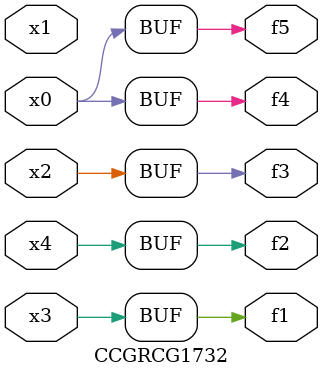
<source format=v>
module CCGRCG1732(
	input x0, x1, x2, x3, x4,
	output f1, f2, f3, f4, f5
);
	assign f1 = x3;
	assign f2 = x4;
	assign f3 = x2;
	assign f4 = x0;
	assign f5 = x0;
endmodule

</source>
